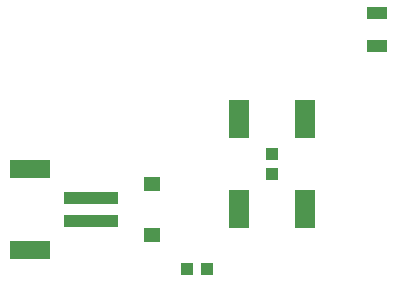
<source format=gtp>
G75*
G70*
%OFA0B0*%
%FSLAX24Y24*%
%IPPOS*%
%LPD*%
%AMOC8*
5,1,8,0,0,1.08239X$1,22.5*
%
%ADD10R,0.0709X0.0394*%
%ADD11R,0.0579X0.0500*%
%ADD12R,0.0709X0.1260*%
%ADD13R,0.0433X0.0394*%
%ADD14R,0.0394X0.0433*%
%ADD15R,0.1811X0.0394*%
%ADD16R,0.1339X0.0630*%
D10*
X012661Y017453D03*
X012661Y018555D03*
D11*
X005161Y012850D03*
X005161Y011157D03*
D12*
X008059Y012004D03*
X010264Y012004D03*
X010264Y015004D03*
X008059Y015004D03*
D13*
X006327Y010004D03*
X006996Y010004D03*
D14*
X009161Y013169D03*
X009161Y013839D03*
D15*
X003118Y012398D03*
X003118Y011610D03*
D16*
X001071Y010665D03*
X001071Y013343D03*
M02*

</source>
